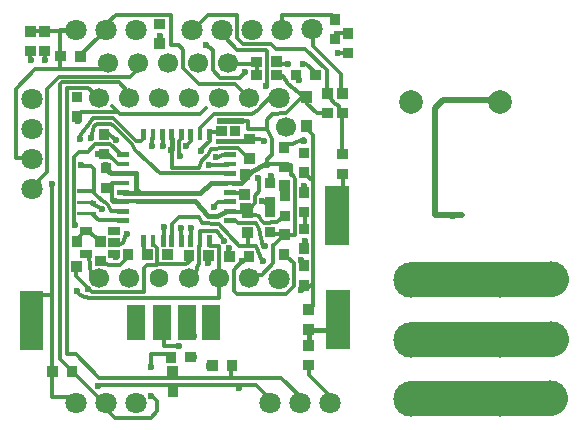
<source format=gbr>
%FSLAX32Y32*%
%MOMM*%
%LNKUPFERSEITE1*%
G71*
G01*
%ADD10C, 1.80*%
%ADD11C, 0.30*%
%ADD12C, 0.40*%
%ADD13C, 0.60*%
%ADD14C, 1.70*%
%ADD15C, 1.60*%
%ADD16C, 1.80*%
%ADD17C, 1.70*%
%ADD18C, 2.00*%
%ADD19C, 3.00*%
%ADD20C, 0.50*%
%ADD21C, 3.00*%
%ADD22C, 3.00*%
%LPD*%
X3477Y3987D02*
G54D10*
D03*
X3223Y3987D02*
G54D10*
D03*
X2969Y3987D02*
G54D10*
D03*
X2715Y3987D02*
G54D10*
D03*
G36*
X2084Y2948D02*
X2184Y2948D01*
X2184Y2908D01*
X2084Y2908D01*
X2084Y2948D01*
G37*
G36*
X2084Y2868D02*
X2184Y2868D01*
X2184Y2828D01*
X2084Y2828D01*
X2084Y2868D01*
G37*
G36*
X2084Y2788D02*
X2184Y2788D01*
X2184Y2748D01*
X2084Y2748D01*
X2084Y2788D01*
G37*
G36*
X2084Y2708D02*
X2184Y2708D01*
X2184Y2668D01*
X2084Y2668D01*
X2084Y2708D01*
G37*
G36*
X2084Y2628D02*
X2184Y2628D01*
X2184Y2588D01*
X2084Y2588D01*
X2084Y2628D01*
G37*
G36*
X2084Y2548D02*
X2184Y2548D01*
X2184Y2508D01*
X2084Y2508D01*
X2084Y2548D01*
G37*
G36*
X2084Y2468D02*
X2184Y2468D01*
X2184Y2428D01*
X2084Y2428D01*
X2084Y2468D01*
G37*
G36*
X2084Y2388D02*
X2184Y2388D01*
X2184Y2348D01*
X2084Y2348D01*
X2084Y2388D01*
G37*
G36*
X2984Y2948D02*
X3084Y2948D01*
X3084Y2908D01*
X2984Y2908D01*
X2984Y2948D01*
G37*
G36*
X2984Y2868D02*
X3084Y2868D01*
X3084Y2828D01*
X2984Y2828D01*
X2984Y2868D01*
G37*
G36*
X2984Y2788D02*
X3084Y2788D01*
X3084Y2748D01*
X2984Y2748D01*
X2984Y2788D01*
G37*
G36*
X2984Y2708D02*
X3084Y2708D01*
X3084Y2668D01*
X2984Y2668D01*
X2984Y2708D01*
G37*
G36*
X2984Y2628D02*
X3084Y2628D01*
X3084Y2588D01*
X2984Y2588D01*
X2984Y2628D01*
G37*
G36*
X2984Y2548D02*
X3084Y2548D01*
X3084Y2508D01*
X2984Y2508D01*
X2984Y2548D01*
G37*
G36*
X2984Y2468D02*
X3084Y2468D01*
X3084Y2428D01*
X2984Y2428D01*
X2984Y2468D01*
G37*
G36*
X2984Y2388D02*
X3084Y2388D01*
X3084Y2348D01*
X2984Y2348D01*
X2984Y2388D01*
G37*
G36*
X2284Y3148D02*
X2324Y3148D01*
X2324Y3048D01*
X2284Y3048D01*
X2284Y3148D01*
G37*
G36*
X2364Y3148D02*
X2404Y3148D01*
X2404Y3048D01*
X2364Y3048D01*
X2364Y3148D01*
G37*
G36*
X2444Y3148D02*
X2484Y3148D01*
X2484Y3048D01*
X2444Y3048D01*
X2444Y3148D01*
G37*
G36*
X2524Y3148D02*
X2564Y3148D01*
X2564Y3048D01*
X2524Y3048D01*
X2524Y3148D01*
G37*
G36*
X2604Y3148D02*
X2644Y3148D01*
X2644Y3048D01*
X2604Y3048D01*
X2604Y3148D01*
G37*
G36*
X2684Y3148D02*
X2724Y3148D01*
X2724Y3048D01*
X2684Y3048D01*
X2684Y3148D01*
G37*
G36*
X2764Y3148D02*
X2804Y3148D01*
X2804Y3048D01*
X2764Y3048D01*
X2764Y3148D01*
G37*
G36*
X2844Y3148D02*
X2884Y3148D01*
X2884Y3048D01*
X2844Y3048D01*
X2844Y3148D01*
G37*
G36*
X2284Y2248D02*
X2324Y2248D01*
X2324Y2148D01*
X2284Y2148D01*
X2284Y2248D01*
G37*
G36*
X2364Y2248D02*
X2404Y2248D01*
X2404Y2148D01*
X2364Y2148D01*
X2364Y2248D01*
G37*
G36*
X2454Y2248D02*
X2494Y2248D01*
X2494Y2148D01*
X2454Y2148D01*
X2454Y2248D01*
G37*
G36*
X2524Y2248D02*
X2564Y2248D01*
X2564Y2148D01*
X2524Y2148D01*
X2524Y2248D01*
G37*
G36*
X2604Y2248D02*
X2644Y2248D01*
X2644Y2148D01*
X2604Y2148D01*
X2604Y2248D01*
G37*
G36*
X2684Y2248D02*
X2724Y2248D01*
X2724Y2148D01*
X2684Y2148D01*
X2684Y2248D01*
G37*
G36*
X2764Y2248D02*
X2804Y2248D01*
X2804Y2148D01*
X2764Y2148D01*
X2764Y2248D01*
G37*
G36*
X2844Y2248D02*
X2884Y2248D01*
X2884Y2148D01*
X2844Y2148D01*
X2844Y2248D01*
G37*
G54D11*
X2785Y2222D02*
X2785Y2285D01*
X2927Y2285D01*
X2983Y2198D01*
G54D12*
X2150Y2770D02*
X2245Y2770D01*
X2245Y2603D01*
X2142Y2603D01*
G54D11*
X2110Y2690D02*
X2038Y2690D01*
X2038Y2531D01*
X2253Y2531D01*
G54D12*
X2253Y2531D02*
X2737Y2531D01*
X2848Y2404D01*
X2923Y2404D01*
X2991Y2444D01*
G54D12*
X2999Y2690D02*
X2888Y2690D01*
X2872Y2690D01*
X2785Y2603D01*
X2221Y2603D01*
G54D12*
X3062Y2690D02*
X3134Y2690D01*
X3221Y2785D01*
X3332Y2849D01*
G54D11*
X3062Y2603D02*
X3166Y2603D01*
G36*
X3208Y2804D02*
X3208Y2714D01*
X3118Y2714D01*
X3118Y2804D01*
X3208Y2804D01*
G37*
G36*
X3206Y2637D02*
X3206Y2547D01*
X3116Y2547D01*
X3116Y2637D01*
X3206Y2637D01*
G37*
G36*
X2032Y2858D02*
X2032Y2768D01*
X1942Y2768D01*
X1942Y2858D01*
X2032Y2858D01*
G37*
G36*
X2031Y2691D02*
X2031Y2601D01*
X1941Y2601D01*
X1941Y2691D01*
X2031Y2691D01*
G37*
G54D11*
X1784Y2833D02*
X1864Y2833D01*
X1888Y2809D01*
X1888Y2603D01*
X1923Y2571D01*
X1962Y2539D01*
X1989Y2520D01*
X2001Y2500D01*
X2030Y2452D01*
X2118Y2452D01*
G54D12*
X2102Y2770D02*
X2030Y2770D01*
X2007Y2793D01*
X2538Y2968D02*
G54D13*
D03*
G54D12*
X2546Y3063D02*
X2546Y2976D01*
X3197Y1880D02*
G54D14*
D03*
X2943Y1880D02*
G54D14*
D03*
X2689Y1880D02*
G54D14*
D03*
X2435Y1880D02*
G54D15*
D03*
X2181Y1880D02*
G54D14*
D03*
X1927Y1880D02*
G54D14*
D03*
X2983Y2198D02*
G54D13*
D03*
G54D11*
X2777Y2158D02*
X2777Y2047D01*
X2771Y2006D01*
X2757Y1964D01*
X2745Y1928D01*
G54D11*
X2864Y2150D02*
X2943Y2150D01*
X2943Y1960D01*
X2626Y2309D02*
G54D13*
D03*
G54D11*
X2626Y2309D02*
X2626Y2222D01*
X2705Y2309D02*
G54D13*
D03*
G54D11*
X2705Y2309D02*
X2705Y2238D01*
X2380Y3000D02*
G54D13*
D03*
X2467Y3000D02*
G54D13*
D03*
G54D11*
X2380Y3000D02*
X2380Y3071D01*
G54D11*
X2467Y3000D02*
X2467Y3079D01*
G54D11*
X3308Y2031D02*
X3261Y2158D01*
X3110Y2158D01*
X2943Y2341D01*
X2062Y2531D02*
G54D13*
D03*
G36*
X3247Y3105D02*
X3247Y3015D01*
X3157Y3015D01*
X3157Y3105D01*
X3247Y3105D01*
G37*
G36*
X3246Y2938D02*
X3246Y2848D01*
X3156Y2848D01*
X3156Y2938D01*
X3246Y2938D01*
G37*
G54D11*
X2546Y2976D02*
X2548Y2817D01*
X2630Y2817D01*
X2777Y2817D01*
X2802Y2881D01*
X2847Y2928D01*
X2876Y2976D01*
X2927Y2976D01*
X2943Y2984D01*
X3102Y2984D01*
X3181Y2904D01*
G54D11*
X3174Y3063D02*
X3293Y3063D01*
X3324Y3047D01*
X3197Y3404D02*
G54D14*
D03*
X2943Y3404D02*
G54D14*
D03*
X2689Y3404D02*
G54D14*
D03*
X2435Y3404D02*
G54D14*
D03*
X2181Y3404D02*
G54D14*
D03*
X1927Y3404D02*
G54D14*
D03*
G36*
X1765Y2054D02*
X1765Y2124D01*
X1865Y2124D01*
X1865Y2054D01*
X1765Y2054D01*
G37*
G36*
X1765Y2244D02*
X1765Y2314D01*
X1865Y2314D01*
X1865Y2244D01*
X1765Y2244D01*
G37*
G36*
X2003Y2054D02*
X2003Y2124D01*
X2103Y2124D01*
X2103Y2054D01*
X2003Y2054D01*
G37*
G36*
X2003Y2244D02*
X2003Y2314D01*
X2103Y2314D01*
X2103Y2244D01*
X2003Y2244D01*
G37*
G36*
X2003Y2149D02*
X2003Y2219D01*
X2103Y2219D01*
X2103Y2149D01*
X2003Y2149D01*
G37*
G54D11*
X1840Y2047D02*
X1852Y2008D01*
X1864Y1888D01*
X2165Y2254D02*
G54D13*
D03*
X2261Y2611D02*
G54D13*
D03*
X3452Y1872D02*
G54D16*
D03*
X1991Y2841D02*
G54D13*
D03*
G36*
X2016Y3144D02*
X2016Y3054D01*
X1926Y3054D01*
X1926Y3144D01*
X2016Y3144D01*
G37*
G36*
X2015Y2977D02*
X2015Y2887D01*
X1925Y2887D01*
X1925Y2977D01*
X2015Y2977D01*
G37*
X2070Y3055D02*
G54D13*
D03*
X1919Y2936D02*
G54D13*
D03*
G54D11*
X1983Y3119D02*
X2070Y3055D01*
G54D11*
X1983Y2936D02*
X1999Y2936D01*
X2050Y2893D01*
X2086Y2849D01*
G54D11*
X1769Y3087D02*
X1784Y3111D01*
X1844Y3186D01*
X1880Y3238D01*
X2046Y3238D01*
X2237Y3047D01*
X2284Y3047D01*
X2300Y3063D01*
X2856Y2841D02*
G54D13*
D03*
G54D11*
X2443Y2770D02*
X3007Y2770D01*
X3452Y3404D02*
G54D16*
D03*
G54D11*
X2785Y3127D02*
X2785Y3151D01*
X2904Y3270D01*
X3221Y3270D01*
X3273Y3305D01*
X3388Y3420D01*
G54D11*
X2856Y2841D02*
X2923Y2841D01*
X3023Y2841D01*
G54D11*
X2943Y1817D02*
X2943Y1714D01*
X1864Y1714D01*
X1804Y1722D01*
X1761Y1746D01*
X3507Y3158D02*
G54D14*
D03*
X2070Y2063D02*
G54D13*
D03*
X1864Y3071D02*
G54D13*
D03*
G54D11*
X2443Y2770D02*
X2233Y2968D01*
X2205Y3016D01*
X2086Y3135D01*
X2054Y3166D01*
X2030Y3190D01*
X1911Y3190D01*
X1888Y3166D01*
X1864Y3071D01*
G36*
X3549Y2621D02*
X3549Y2531D01*
X3459Y2531D01*
X3459Y2621D01*
X3549Y2621D01*
G37*
G36*
X3548Y2454D02*
X3548Y2364D01*
X3458Y2364D01*
X3458Y2454D01*
X3548Y2454D01*
G37*
G36*
X3541Y2296D02*
X3541Y2206D01*
X3451Y2206D01*
X3451Y2296D01*
X3541Y2296D01*
G37*
G36*
X3540Y2129D02*
X3540Y2039D01*
X3450Y2039D01*
X3450Y2129D01*
X3540Y2129D01*
G37*
G54D11*
X3578Y2246D02*
X3515Y2246D01*
G36*
X3449Y2716D02*
X3549Y2716D01*
X3549Y2616D01*
X3449Y2616D01*
X3449Y2716D01*
G37*
G54D11*
X3499Y2658D02*
X3499Y2611D01*
X3499Y2587D01*
G36*
X2552Y2035D02*
X2462Y2035D01*
X2462Y2125D01*
X2552Y2125D01*
X2552Y2035D01*
G37*
G36*
X2385Y2036D02*
X2295Y2036D01*
X2295Y2126D01*
X2385Y2126D01*
X2385Y2036D01*
G37*
G36*
X2901Y2027D02*
X2811Y2027D01*
X2811Y2117D01*
X2901Y2117D01*
X2901Y2027D01*
G37*
G36*
X2734Y2028D02*
X2644Y2028D01*
X2644Y2118D01*
X2734Y2118D01*
X2734Y2028D01*
G37*
G54D11*
X2300Y2166D02*
X2316Y2095D01*
G54D11*
X2388Y2174D02*
X2419Y2139D01*
X2419Y2000D01*
X2666Y2000D01*
X2705Y2039D01*
G54D11*
X2935Y2341D02*
X2802Y2345D01*
X2773Y2396D01*
X2602Y2396D01*
X2546Y2341D01*
X2546Y2206D01*
G36*
X3139Y2223D02*
X3139Y2313D01*
X3229Y2313D01*
X3229Y2223D01*
X3139Y2223D01*
G37*
G36*
X3140Y2390D02*
X3140Y2480D01*
X3230Y2480D01*
X3230Y2390D01*
X3140Y2390D01*
G37*
G36*
X3243Y2019D02*
X3153Y2019D01*
X3153Y2109D01*
X3243Y2109D01*
X3243Y2019D01*
G37*
G36*
X3076Y2020D02*
X2986Y2020D01*
X2986Y2110D01*
X3076Y2110D01*
X3076Y2020D01*
G37*
X3031Y2135D02*
G54D13*
D03*
X2475Y2317D02*
G54D13*
D03*
G54D11*
X2475Y2317D02*
X2475Y2222D01*
G36*
X3449Y2778D02*
X3449Y2868D01*
X3539Y2868D01*
X3539Y2778D01*
X3449Y2778D01*
G37*
G36*
X3450Y2945D02*
X3450Y3035D01*
X3540Y3035D01*
X3540Y2945D01*
X3450Y2945D01*
G37*
X3277Y2730D02*
G54D13*
D03*
G54D11*
X3348Y2849D02*
X3348Y2889D01*
X3396Y2928D01*
X3396Y3063D01*
X2523Y2071D02*
G54D13*
D03*
X2848Y2008D02*
G54D13*
D03*
X3142Y2031D02*
G54D13*
D03*
G54D11*
X3142Y2023D02*
X3070Y1952D01*
X3070Y1769D01*
X3094Y1746D01*
X3507Y1746D01*
X3578Y1817D01*
X3578Y2008D01*
X3523Y2063D01*
G36*
X2922Y3172D02*
X3012Y3172D01*
X3012Y3082D01*
X2922Y3082D01*
X2922Y3172D01*
G37*
G36*
X3033Y3172D02*
X3123Y3172D01*
X3123Y3082D01*
X3033Y3082D01*
X3033Y3172D01*
G37*
G36*
X2922Y3064D02*
X3172Y3064D01*
X3172Y3014D01*
X2922Y3014D01*
X2922Y3064D01*
G37*
G36*
X2924Y3239D02*
X3154Y3239D01*
X3154Y3189D01*
X2924Y3189D01*
X2924Y3239D01*
G37*
G54D11*
X2864Y3119D02*
X2943Y3119D01*
G54D11*
X3126Y3214D02*
X3189Y3210D01*
X3189Y3143D01*
X3348Y3143D01*
X3396Y3063D01*
X3078Y3127D02*
G54D13*
D03*
X2920Y2904D02*
G54D13*
D03*
G54D11*
X2920Y2904D02*
X2943Y2904D01*
X2967Y2928D01*
X3015Y2928D01*
G54D11*
X3054Y2373D02*
X3078Y2373D01*
X3102Y2349D01*
X3261Y2349D01*
X3285Y2297D01*
X3316Y2142D01*
X1769Y3063D02*
G54D13*
D03*
X1776Y2841D02*
G54D13*
D03*
X1721Y2333D02*
G54D13*
D03*
X1745Y1777D02*
G54D13*
D03*
X3324Y3047D02*
G54D13*
D03*
X3348Y2841D02*
G54D13*
D03*
X3332Y2150D02*
G54D13*
D03*
X3316Y2031D02*
G54D13*
D03*
G54D11*
X3189Y2262D02*
X3189Y2158D01*
G54D11*
X3054Y2444D02*
X3197Y2444D01*
G36*
X3422Y2486D02*
X3422Y2396D01*
X3332Y2396D01*
X3332Y2486D01*
X3422Y2486D01*
G37*
G36*
X3421Y2319D02*
X3421Y2229D01*
X3331Y2229D01*
X3331Y2319D01*
X3421Y2319D01*
G37*
G54D11*
X3181Y2436D02*
X3281Y2412D01*
X3302Y2375D01*
X3323Y2353D01*
X3437Y2357D01*
X3507Y2428D01*
G36*
X1903Y2634D02*
X1903Y2604D01*
X1743Y2604D01*
X1743Y2634D01*
X1903Y2634D01*
G37*
G36*
X1903Y2539D02*
X1903Y2509D01*
X1743Y2509D01*
X1743Y2539D01*
X1903Y2539D01*
G37*
G36*
X1903Y2444D02*
X1903Y2414D01*
X1743Y2414D01*
X1743Y2444D01*
X1903Y2444D01*
G37*
G54D11*
X1872Y2428D02*
X1888Y2412D01*
X1927Y2373D01*
X2110Y2373D01*
X1951Y2468D02*
G54D13*
D03*
G54D11*
X1872Y2524D02*
X1872Y2508D01*
X1943Y2476D01*
G36*
X1786Y3461D02*
X1786Y3371D01*
X1696Y3371D01*
X1696Y3461D01*
X1786Y3461D01*
G37*
G36*
X1785Y3294D02*
X1785Y3204D01*
X1695Y3204D01*
X1695Y3294D01*
X1785Y3294D01*
G37*
G36*
X1694Y1934D02*
X1694Y2024D01*
X1784Y2024D01*
X1784Y1934D01*
X1694Y1934D01*
G37*
G36*
X1695Y2148D02*
X1695Y2238D01*
X1785Y2238D01*
X1785Y2148D01*
X1695Y2148D01*
G37*
G54D11*
X2158Y2254D02*
X2134Y2182D01*
X2086Y2166D01*
X2070Y2277D02*
G54D13*
D03*
G36*
X1985Y2238D02*
X1985Y2148D01*
X1895Y2148D01*
X1895Y2238D01*
X1985Y2238D01*
G37*
G36*
X1984Y2071D02*
X1984Y1981D01*
X1894Y1981D01*
X1894Y2071D01*
X1984Y2071D01*
G37*
G54D11*
X1832Y2277D02*
X1935Y2198D01*
X1745Y3420D02*
G54D13*
D03*
X1753Y3214D02*
G54D13*
D03*
G36*
X2384Y2036D02*
X2294Y2036D01*
X2294Y2126D01*
X2384Y2126D01*
X2384Y2036D01*
G37*
G36*
X2217Y2037D02*
X2127Y2037D01*
X2127Y2127D01*
X2217Y2127D01*
X2217Y2037D01*
G37*
G54D11*
X1959Y2031D02*
X1975Y2012D01*
X2007Y1992D01*
X2102Y1992D01*
X2126Y2008D01*
X2189Y2079D01*
G54D11*
X2419Y1992D02*
X2332Y1992D01*
X2308Y1968D01*
X2308Y1762D01*
X1872Y1762D01*
X1737Y1896D01*
X1737Y1968D01*
G54D11*
X1737Y2206D02*
X1792Y2262D01*
X1832Y1793D02*
G54D13*
D03*
G54D11*
X3348Y2846D02*
X3551Y2844D01*
X3554Y2756D01*
X3570Y2753D01*
X3586Y2718D01*
X3586Y2246D01*
G54D11*
X3245Y1912D02*
X3308Y1912D01*
X3404Y2008D01*
X3404Y2166D01*
X3412Y2166D01*
X3475Y2230D01*
G36*
X3708Y2343D02*
X3708Y2253D01*
X3618Y2253D01*
X3618Y2343D01*
X3708Y2343D01*
G37*
G36*
X3707Y2176D02*
X3707Y2086D01*
X3617Y2086D01*
X3617Y2176D01*
X3707Y2176D01*
G37*
G36*
X3708Y2653D02*
X3708Y2563D01*
X3618Y2563D01*
X3618Y2653D01*
X3708Y2653D01*
G37*
G36*
X3707Y2486D02*
X3707Y2396D01*
X3617Y2396D01*
X3617Y2486D01*
X3707Y2486D01*
G37*
G36*
X3708Y2986D02*
X3708Y2896D01*
X3618Y2896D01*
X3618Y2986D01*
X3708Y2986D01*
G37*
G36*
X3707Y2819D02*
X3707Y2729D01*
X3617Y2729D01*
X3617Y2819D01*
X3707Y2819D01*
G37*
G36*
X3708Y2034D02*
X3708Y1944D01*
X3618Y1944D01*
X3618Y2034D01*
X3708Y2034D01*
G37*
G36*
X3707Y1867D02*
X3707Y1777D01*
X3617Y1777D01*
X3617Y1867D01*
X3707Y1867D01*
G37*
X3674Y2198D02*
G54D13*
D03*
X3666Y2666D02*
G54D13*
D03*
G54D11*
X3674Y2293D02*
X3674Y2444D01*
X3674Y2460D02*
G54D13*
D03*
X3666Y2936D02*
G54D13*
D03*
G54D11*
X3666Y2770D02*
X3737Y2702D01*
X3737Y1833D01*
X3689Y1801D01*
X3642Y2039D02*
G54D13*
D03*
X3634Y1785D02*
G54D13*
D03*
G36*
X3422Y2732D02*
X3422Y2642D01*
X3332Y2642D01*
X3332Y2732D01*
X3422Y2732D01*
G37*
G36*
X3421Y2565D02*
X3421Y2475D01*
X3331Y2475D01*
X3331Y2565D01*
X3421Y2565D01*
G37*
G54D11*
X3388Y2254D02*
X3459Y2254D01*
X3475Y2238D01*
X3380Y2746D02*
G54D13*
D03*
X3308Y2539D02*
G54D13*
D03*
X2904Y2484D02*
G54D13*
D03*
G54D11*
X2904Y2484D02*
X2904Y2492D01*
X2935Y2524D01*
X3015Y2524D01*
G54D11*
X3300Y2531D02*
X3316Y2531D01*
X3372Y2476D01*
G54D11*
X3507Y3016D02*
X3562Y3016D01*
X3666Y3063D01*
X3666Y3047D02*
G54D13*
D03*
G36*
X3731Y3469D02*
X3731Y3364D01*
X3641Y3364D01*
X3641Y3469D01*
X3731Y3469D01*
G37*
G36*
X3731Y3222D02*
X3731Y3117D01*
X3641Y3117D01*
X3641Y3222D01*
X3731Y3222D01*
G37*
G54D11*
X3737Y2698D02*
X3737Y3095D01*
X3674Y3158D01*
G54D11*
X3348Y3143D02*
X3348Y3222D01*
X3396Y3270D01*
X3507Y3278D01*
X3658Y3420D01*
X3658Y3412D02*
G54D13*
D03*
G54D11*
X2102Y2928D02*
X2102Y2944D01*
X2023Y3016D01*
X1896Y3016D01*
X1832Y2952D01*
X1761Y2952D01*
X1713Y2904D01*
X1713Y2341D01*
X1721Y2333D01*
X2610Y2920D02*
G54D13*
D03*
X2666Y3000D02*
G54D13*
D03*
G54D11*
X2602Y2944D02*
X2602Y3047D01*
X2618Y3063D01*
G54D11*
X2705Y3071D02*
X2705Y3039D01*
X2666Y3000D01*
G36*
X2093Y3285D02*
X2793Y3285D01*
X2793Y3255D01*
X2093Y3255D01*
X2093Y3285D01*
G37*
G36*
X2038Y3362D02*
X2123Y3277D01*
X2102Y3256D01*
X2017Y3341D01*
X2038Y3362D01*
G37*
G36*
X2854Y3326D02*
X2783Y3255D01*
X2762Y3276D01*
X2833Y3347D01*
X2854Y3326D01*
G37*
G54D11*
X1776Y3286D02*
X2070Y3286D01*
X2792Y2960D02*
G54D13*
D03*
G54D11*
X2864Y3063D02*
X2864Y3047D01*
X2792Y2976D01*
G54D11*
X3205Y2452D02*
X3221Y2492D01*
X3245Y2516D01*
X3245Y2571D01*
X3245Y2579D01*
X3285Y2619D01*
X3285Y2722D01*
G36*
X3121Y2521D02*
X3211Y2521D01*
X3211Y2431D01*
X3121Y2431D01*
X3121Y2521D01*
G37*
X1358Y2638D02*
G54D10*
D03*
X1358Y2892D02*
G54D10*
D03*
X1358Y3146D02*
G54D10*
D03*
X1358Y3400D02*
G54D10*
D03*
X3024Y3706D02*
G54D17*
D03*
X2770Y3706D02*
G54D17*
D03*
X2516Y3706D02*
G54D17*
D03*
X2262Y3706D02*
G54D17*
D03*
X2008Y3706D02*
G54D17*
D03*
G54D11*
X1421Y2635D02*
X1421Y2714D01*
X1484Y2778D01*
X1484Y3484D01*
X1588Y3587D01*
G54D11*
X1588Y3587D02*
X2191Y3587D01*
X2254Y3651D01*
G36*
X3474Y3669D02*
X3384Y3669D01*
X3384Y3759D01*
X3474Y3759D01*
X3474Y3669D01*
G37*
G36*
X3307Y3668D02*
X3217Y3668D01*
X3217Y3758D01*
X3307Y3758D01*
X3307Y3668D01*
G37*
G36*
X3474Y3558D02*
X3384Y3558D01*
X3384Y3648D01*
X3474Y3648D01*
X3474Y3558D01*
G37*
G36*
X3307Y3556D02*
X3217Y3556D01*
X3217Y3646D01*
X3307Y3646D01*
X3307Y3556D01*
G37*
G54D11*
X3437Y3595D02*
X3485Y3595D01*
X3524Y3524D01*
X3659Y3420D01*
G54D11*
X3056Y3698D02*
X3254Y3698D01*
X3262Y3706D01*
X3262Y3619D01*
X3254Y3611D01*
G54D11*
X3350Y3516D02*
X3350Y3809D01*
X3342Y3817D01*
X3096Y3817D01*
X3000Y3913D01*
G54D11*
X2834Y3857D02*
X2889Y3817D01*
X2889Y3643D01*
X2953Y3579D01*
X3119Y3579D01*
X3167Y3627D01*
X3167Y3627D02*
G54D13*
D03*
X3524Y3698D02*
G54D13*
D03*
G54D11*
X3524Y3698D02*
X3461Y3698D01*
X3453Y3706D01*
G54D11*
X1365Y2897D02*
X1246Y2897D01*
X1222Y2897D01*
X1222Y3484D01*
X1389Y3651D01*
X2000Y3651D01*
X2241Y3984D02*
G54D10*
D03*
X1987Y3984D02*
G54D10*
D03*
X1733Y3984D02*
G54D10*
D03*
X3884Y824D02*
G54D10*
D03*
X3630Y824D02*
G54D10*
D03*
X3376Y824D02*
G54D10*
D03*
X2241Y824D02*
G54D10*
D03*
X1987Y824D02*
G54D10*
D03*
X1733Y824D02*
G54D10*
D03*
X3731Y3992D02*
G54D10*
D03*
G54D11*
X1691Y3984D02*
X1595Y3986D01*
X1595Y3774D01*
X1595Y3651D01*
X2834Y3857D02*
G54D13*
D03*
G54D11*
X3199Y3412D02*
X3191Y3412D01*
X3080Y3524D01*
X2778Y3524D01*
X2643Y3659D01*
X2643Y3746D01*
X2643Y3817D01*
G54D11*
X1905Y3460D02*
X1873Y3460D01*
X1834Y3492D01*
X1659Y3492D01*
X1659Y1238D01*
G54D11*
X2167Y3460D02*
X2167Y3468D01*
X2096Y3540D01*
X1611Y3540D01*
X1595Y3524D01*
X1595Y1198D01*
X1937Y857D01*
G54D11*
X1659Y1238D02*
X1730Y1238D01*
X1929Y1039D01*
X3469Y1039D01*
X3635Y872D01*
X1921Y968D02*
G54D13*
D03*
G54D11*
X1921Y976D02*
X3254Y976D01*
X3381Y849D01*
X1532Y2682D02*
G54D13*
D03*
G54D11*
X1532Y2682D02*
X1532Y1111D01*
X1532Y872D01*
X1770Y872D01*
G54D11*
X3381Y3865D02*
X3429Y3825D01*
X3675Y3825D01*
X3858Y3643D01*
X3858Y3452D01*
G36*
X3816Y3235D02*
X3816Y3325D01*
X3906Y3325D01*
X3906Y3235D01*
X3816Y3235D01*
G37*
G36*
X3815Y3402D02*
X3815Y3492D01*
X3905Y3492D01*
X3905Y3402D01*
X3815Y3402D01*
G37*
G54D11*
X3691Y3405D02*
X3691Y3357D01*
X3770Y3278D01*
X3858Y3278D01*
G36*
X3943Y3235D02*
X3943Y3325D01*
X4033Y3325D01*
X4033Y3235D01*
X3943Y3235D01*
G37*
G36*
X3942Y3402D02*
X3942Y3492D01*
X4032Y3492D01*
X4032Y3402D01*
X3942Y3402D01*
G37*
G54D11*
X3866Y3436D02*
X3921Y3365D01*
X3961Y3341D01*
X3961Y3301D01*
G54D11*
X3739Y3936D02*
X3739Y3849D01*
X3977Y3611D01*
X3977Y3452D01*
G36*
X3845Y2662D02*
X4045Y2662D01*
X4045Y2162D01*
X3845Y2162D01*
X3845Y2662D01*
G37*
G54D11*
X3985Y3270D02*
X3985Y2944D01*
G36*
X1257Y1773D02*
X1457Y1773D01*
X1457Y1273D01*
X1257Y1273D01*
X1257Y1773D01*
G37*
G36*
X3853Y1781D02*
X4053Y1781D01*
X4053Y1281D01*
X3853Y1281D01*
X3853Y1781D01*
G37*
G54D11*
X1524Y1738D02*
X1421Y1738D01*
G36*
X3551Y3648D02*
X3641Y3648D01*
X3641Y3558D01*
X3551Y3558D01*
X3551Y3648D01*
G37*
G36*
X3718Y3647D02*
X3808Y3647D01*
X3808Y3557D01*
X3718Y3557D01*
X3718Y3647D01*
G37*
X3342Y3508D02*
G54D13*
D03*
X3651Y3698D02*
G54D13*
D03*
G54D11*
X3651Y3698D02*
X3683Y3698D01*
X3754Y3627D01*
X3620Y3563D02*
G54D13*
D03*
G36*
X3992Y3743D02*
X3992Y3833D01*
X4082Y3833D01*
X4082Y3743D01*
X3992Y3743D01*
G37*
G36*
X3991Y3910D02*
X3991Y4000D01*
X4081Y4000D01*
X4081Y3910D01*
X3991Y3910D01*
G37*
X3953Y3786D02*
G54D13*
D03*
G36*
X4034Y2977D02*
X4034Y2887D01*
X3944Y2887D01*
X3944Y2977D01*
X4034Y2977D01*
G37*
G36*
X4033Y2810D02*
X4033Y2720D01*
X3943Y2720D01*
X3943Y2810D01*
X4033Y2810D01*
G37*
G54D11*
X3993Y2762D02*
X3993Y2587D01*
G36*
X1558Y3807D02*
X1648Y3807D01*
X1648Y3717D01*
X1558Y3717D01*
X1558Y3807D01*
G37*
G36*
X1725Y3806D02*
X1815Y3806D01*
X1815Y3716D01*
X1725Y3716D01*
X1725Y3806D01*
G37*
G54D11*
X1778Y3770D02*
X1778Y3778D01*
X1937Y3936D01*
G36*
X1487Y1138D02*
X1577Y1138D01*
X1577Y1048D01*
X1487Y1048D01*
X1487Y1138D01*
G37*
G36*
X1654Y1139D02*
X1744Y1139D01*
X1744Y1049D01*
X1654Y1049D01*
X1654Y1139D01*
G37*
G36*
X2508Y878D02*
X2508Y968D01*
X2598Y968D01*
X2598Y878D01*
X2508Y878D01*
G37*
G36*
X2507Y1045D02*
X2507Y1135D01*
X2597Y1135D01*
X2597Y1045D01*
X2507Y1045D01*
G37*
G36*
X1421Y3759D02*
X1421Y3849D01*
X1511Y3849D01*
X1511Y3759D01*
X1421Y3759D01*
G37*
G36*
X1420Y3926D02*
X1420Y4016D01*
X1510Y4016D01*
X1510Y3926D01*
X1420Y3926D01*
G37*
G36*
X1302Y3759D02*
X1302Y3849D01*
X1392Y3849D01*
X1392Y3759D01*
X1302Y3759D01*
G37*
G36*
X1301Y3926D02*
X1301Y4016D01*
X1391Y4016D01*
X1391Y3926D01*
X1301Y3926D01*
G37*
G54D11*
X1468Y3809D02*
X1468Y3746D01*
G54D11*
X1341Y3801D02*
X1341Y3738D01*
G54D11*
X1334Y3976D02*
X1667Y3976D01*
X1349Y3730D02*
G54D13*
D03*
X1468Y3730D02*
G54D13*
D03*
X3945Y3952D02*
G54D13*
D03*
G36*
X3881Y3862D02*
X3881Y3952D01*
X3971Y3952D01*
X3971Y3862D01*
X3881Y3862D01*
G37*
G36*
X3880Y4029D02*
X3880Y4119D01*
X3970Y4119D01*
X3970Y4029D01*
X3880Y4029D01*
G37*
G54D11*
X3945Y3960D02*
X4032Y3960D01*
G54D11*
X3953Y3786D02*
X4024Y3786D01*
G54D11*
X3477Y3992D02*
X3477Y4111D01*
X3897Y4111D01*
X3921Y4087D01*
X3112Y952D02*
G54D13*
D03*
G36*
X2842Y1186D02*
X2932Y1186D01*
X2932Y1096D01*
X2842Y1096D01*
X2842Y1186D01*
G37*
G36*
X3009Y1187D02*
X3099Y1187D01*
X3099Y1097D01*
X3009Y1097D01*
X3009Y1187D01*
G37*
G36*
X2493Y1257D02*
X2583Y1257D01*
X2583Y1167D01*
X2493Y1167D01*
X2493Y1257D01*
G37*
G36*
X2660Y1258D02*
X2750Y1258D01*
X2750Y1168D01*
X2660Y1168D01*
X2660Y1258D01*
G37*
X2858Y1142D02*
G54D13*
D03*
X2730Y1214D02*
G54D13*
D03*
G54D11*
X3048Y1142D02*
X3048Y1047D01*
G54D11*
X1976Y769D02*
X1992Y769D01*
X2064Y698D01*
X2365Y698D01*
X2421Y753D01*
X2421Y841D01*
X2373Y888D01*
X2365Y888D02*
G54D13*
D03*
G54D11*
X2540Y1238D02*
X2365Y1238D01*
X2365Y1126D01*
X2365Y1126D02*
G54D13*
D03*
G36*
X2163Y1658D02*
X2313Y1658D01*
X2313Y1358D01*
X2163Y1358D01*
X2163Y1658D01*
G37*
G36*
X2386Y1658D02*
X2536Y1658D01*
X2536Y1358D01*
X2386Y1358D01*
X2386Y1658D01*
G37*
G36*
X2600Y1658D02*
X2750Y1658D01*
X2750Y1358D01*
X2600Y1358D01*
X2600Y1658D01*
G37*
G36*
X2798Y1658D02*
X2948Y1658D01*
X2948Y1358D01*
X2798Y1358D01*
X2798Y1658D01*
G37*
X2858Y1388D02*
G54D13*
D03*
X2730Y1388D02*
G54D13*
D03*
X2270Y1388D02*
G54D13*
D03*
X2604Y1309D02*
G54D13*
D03*
G54D11*
X2476Y1388D02*
X2476Y1309D01*
X2604Y1309D01*
G36*
X3748Y1660D02*
X3748Y1570D01*
X3658Y1570D01*
X3658Y1660D01*
X3748Y1660D01*
G37*
G36*
X3747Y1493D02*
X3747Y1403D01*
X3657Y1403D01*
X3657Y1493D01*
X3747Y1493D01*
G37*
G36*
X3748Y1358D02*
X3748Y1268D01*
X3658Y1268D01*
X3658Y1358D01*
X3748Y1358D01*
G37*
G36*
X3747Y1191D02*
X3747Y1101D01*
X3657Y1101D01*
X3657Y1191D01*
X3747Y1191D01*
G37*
G54D12*
X3707Y1301D02*
X3707Y1444D01*
X3945Y1444D01*
G54D11*
X3739Y1841D02*
X3739Y1642D01*
X3723Y1627D01*
G54D11*
X3707Y1142D02*
X3707Y1063D01*
X3881Y888D01*
G54D11*
X3381Y3865D02*
X3143Y3865D01*
X3096Y3913D01*
X3096Y4111D01*
X2850Y4111D01*
X2723Y3984D01*
G54D11*
X2016Y4048D02*
X2016Y4055D01*
X2072Y4111D01*
X2540Y4111D01*
X2540Y3857D01*
X2604Y3857D01*
X2643Y3817D01*
G36*
X2486Y4080D02*
X2486Y3990D01*
X2396Y3990D01*
X2396Y4080D01*
X2486Y4080D01*
G37*
G36*
X2485Y3913D02*
X2485Y3823D01*
X2395Y3823D01*
X2395Y3913D01*
X2485Y3913D01*
G37*
X2445Y3936D02*
G54D13*
D03*
X2445Y4040D02*
G54D13*
D03*
X5326Y3376D02*
G54D18*
D03*
X4573Y3376D02*
G54D18*
D03*
X4570Y1863D02*
G54D19*
D03*
X5323Y1863D02*
G54D19*
D03*
X4570Y1361D02*
G54D19*
D03*
X5323Y1361D02*
G54D19*
D03*
X4570Y859D02*
G54D19*
D03*
X5323Y859D02*
G54D19*
D03*
G54D20*
X5300Y3387D02*
X4840Y3387D01*
X4776Y3324D01*
X4776Y2419D01*
X4998Y2419D01*
X4927Y2411D02*
G54D13*
D03*
G54D21*
X5743Y871D02*
X4569Y871D01*
X5743Y871D02*
G54D22*
D03*
G54D21*
X5753Y1363D02*
X4578Y1363D01*
X5753Y1363D02*
G54D22*
D03*
G54D21*
X5751Y1871D02*
X4577Y1871D01*
X5751Y1871D02*
G54D22*
D03*
M02*

</source>
